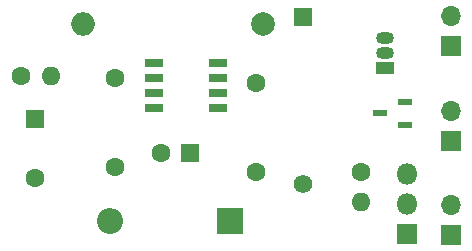
<source format=gbr>
%TF.GenerationSoftware,KiCad,Pcbnew,(6.0.0)*%
%TF.CreationDate,2022-02-20T12:24:34-08:00*%
%TF.ProjectId,RTCMemoryVoltageSourceAndBattery,5254434d-656d-46f7-9279-566f6c746167,rev?*%
%TF.SameCoordinates,Original*%
%TF.FileFunction,Soldermask,Top*%
%TF.FilePolarity,Negative*%
%FSLAX46Y46*%
G04 Gerber Fmt 4.6, Leading zero omitted, Abs format (unit mm)*
G04 Created by KiCad (PCBNEW (6.0.0)) date 2022-02-20 12:24:34*
%MOMM*%
%LPD*%
G01*
G04 APERTURE LIST*
%ADD10R,1.700000X1.700000*%
%ADD11O,1.700000X1.700000*%
%ADD12R,1.250000X0.600000*%
%ADD13R,1.500000X1.050000*%
%ADD14O,1.500000X1.050000*%
%ADD15R,2.200000X2.200000*%
%ADD16O,2.200000X2.200000*%
%ADD17R,1.800000X1.800000*%
%ADD18O,1.800000X1.800000*%
%ADD19R,1.600000X1.600000*%
%ADD20C,1.600000*%
%ADD21R,1.528000X0.650000*%
%ADD22O,1.600000X1.600000*%
%ADD23C,2.000000*%
%ADD24O,2.000000X2.000000*%
%ADD25R,1.575000X1.575000*%
%ADD26C,1.575000*%
G04 APERTURE END LIST*
D10*
%TO.C,J3*%
X141706400Y-81854500D03*
D11*
X141706400Y-79314500D03*
%TD*%
D12*
%TO.C,IC2*%
X137809100Y-88546600D03*
X137809100Y-86646600D03*
X135709100Y-87596600D03*
%TD*%
D10*
%TO.C,J1*%
X141706400Y-97848800D03*
D11*
X141706400Y-95308800D03*
%TD*%
D13*
%TO.C,Q2*%
X136104200Y-83760100D03*
D14*
X136104200Y-82490100D03*
X136104200Y-81220100D03*
%TD*%
D15*
%TO.C,D2*%
X122961900Y-96734700D03*
D16*
X112801900Y-96734700D03*
%TD*%
D17*
%TO.C,Q1*%
X137934200Y-97831900D03*
D18*
X137934200Y-95291900D03*
X137934200Y-92751900D03*
%TD*%
D19*
%TO.C,C4*%
X106466300Y-88076400D03*
D20*
X106466300Y-93076400D03*
%TD*%
D21*
%TO.C,IC1*%
X116507100Y-83363200D03*
X116507100Y-84633200D03*
X116507100Y-85903200D03*
X116507100Y-87173200D03*
X121929100Y-87173200D03*
X121929100Y-85903200D03*
X121929100Y-84633200D03*
X121929100Y-83363200D03*
%TD*%
D20*
%TO.C,R1*%
X134075000Y-92552000D03*
D22*
X134075000Y-95092000D03*
%TD*%
D20*
%TO.C,R2*%
X105259100Y-84380500D03*
D22*
X107799100Y-84380500D03*
%TD*%
D19*
%TO.C,C3*%
X119621500Y-90900100D03*
D20*
X117121500Y-90900100D03*
%TD*%
D10*
%TO.C,J2*%
X141706400Y-89931100D03*
D11*
X141706400Y-87391100D03*
%TD*%
D23*
%TO.C,L1*%
X125753300Y-80050000D03*
D24*
X110513300Y-80050000D03*
%TD*%
D25*
%TO.C,D1*%
X129190900Y-79439400D03*
D26*
X129190900Y-93539400D03*
%TD*%
D20*
%TO.C,C2*%
X125211500Y-85019000D03*
X125211500Y-92519000D03*
%TD*%
%TO.C,C1*%
X113204800Y-84633000D03*
X113204800Y-92133000D03*
%TD*%
M02*

</source>
